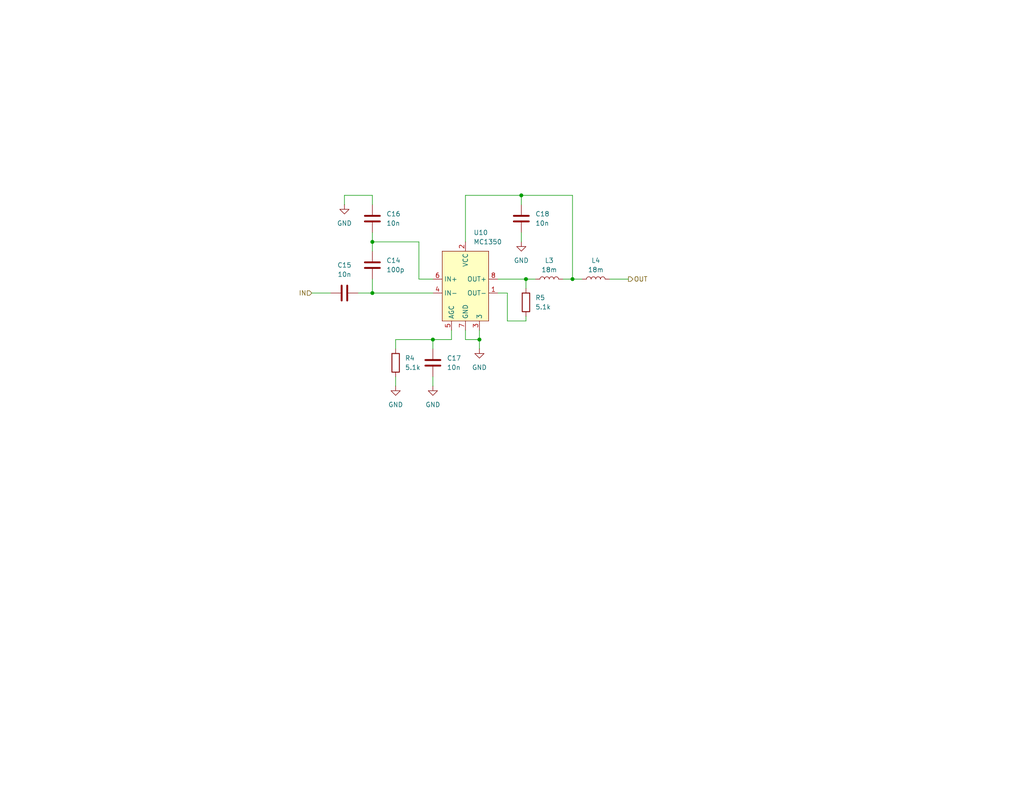
<source format=kicad_sch>
(kicad_sch (version 20231120) (generator "eeschema") (generator_version "8.0")
  (paper "USLetter")
  (title_block (title "IF Amplifier") (date "2024-04-13") (rev "1"))
  (lib_symbols
    (symbol "Device:C" (pin_numbers hide) (pin_names (offset 0.254))
      (property "Reference" "C" (at 0.635 2.54 0))
      (property "Value" "C" (at 0.635 -2.54 0))
      (symbol "C_0_1"
        (polyline (pts (xy -2.032 -0.762) (xy 2.032 -0.762)) (stroke (width 0.508)))
        (polyline (pts (xy -2.032 0.762) (xy 2.032 0.762)) (stroke (width 0.508)))
      )
      (symbol "C_1_1"
        (pin passive line (at 0 3.81 270) (length 2.794) (name "~") (number "1"))
        (pin passive line (at 0 -3.81 90) (length 2.794) (name "~") (number "2"))
      )
    )
    (symbol "Device:L" (pin_numbers hide) (pin_names (offset 1.016) hide)
      (property "Reference" "L" (at -1.27 0 90))
      (property "Value" "L" (at 1.905 0 90))
      (symbol "L_0_1"
        (arc (start 0 -2.54) (mid 0.6323 -1.905) (end 0 -1.27))
        (arc (start 0 -1.27) (mid 0.6323 -0.635) (end 0 0))
        (arc (start 0 0) (mid 0.6323 0.635) (end 0 1.27))
        (arc (start 0 1.27) (mid 0.6323 1.905) (end 0 2.54))
      )
      (symbol "L_1_1"
        (pin passive line (at 0 3.81 270) (length 1.27) (name "1") (number "1"))
        (pin passive line (at 0 -3.81 90) (length 1.27) (name "2") (number "2"))
      )
    )
    (symbol "Device:R" (pin_numbers hide) (pin_names (offset 0))
      (property "Reference" "R" (at 2.032 0 90))
      (property "Value" "R" (at 0 0 90))
      (symbol "R_0_1"
        (rectangle (start -1.016 -2.54) (end 1.016 2.54) (stroke (width 0.254)))
      )
      (symbol "R_1_1"
        (pin passive line (at 0 3.81 270) (length 1.27) (name "~") (number "1"))
        (pin passive line (at 0 -3.81 90) (length 1.27) (name "~") (number "2"))
      )
    )
    (symbol "msr20:MC1350"
      (property "Reference" "U" (at 1.27 3.81 0))
      (property "Value" "MC1350" (at 1.27 1.27 0))
      (symbol "MC1350_1_1"
        (rectangle (start -6.35 0) (end 6.35 -19.05) (fill (type background)))
        (pin output line (at 8.89 -11.43 180) (length 2.54) (name "OUT-") (number "1"))
        (pin power_in line (at 0 2.54 270) (length 2.54) (name "VCC") (number "2"))
        (pin bidirectional line (at 3.81 -21.59 90) (length 2.54) (name "3") (number "3"))
        (pin input line (at -8.89 -11.43 0) (length 2.54) (name "IN-") (number "4"))
        (pin input line (at -3.81 -21.59 90) (length 2.54) (name "AGC") (number "5"))
        (pin input line (at -8.89 -7.62 0) (length 2.54) (name "IN+") (number "6"))
        (pin power_in line (at 0 -21.59 90) (length 2.54) (name "GND") (number "7"))
        (pin output line (at 8.89 -7.62 180) (length 2.54) (name "OUT+") (number "8"))
      )
    )
    (symbol "power:GND" (power) (pin_numbers hide) (pin_names (offset 0) hide)
      (property "Value" "GND" (at 0 -3.81 0))
      (symbol "GND_0_1"
        (polyline (pts (xy 0 0) (xy 0 -1.27) (xy 1.27 -1.27) (xy 0 -2.54) (xy -1.27 -1.27) (xy 0 -1.27)))
      )
      (symbol "GND_1_1"
        (pin power_in line (at 0 0 270) (length 0) (name "~") (number "1"))
      )
    )
  )
  (junction (at 101.6 80.01))
  (junction (at 130.81 92.71))
  (junction (at 156.21 76.2))
  (junction (at 101.6 66.04))
  (junction (at 143.51 76.2))
  (junction (at 142.24 53.34))
  (junction (at 118.11 92.71))
  (wire (pts (xy 156.21 53.34) (xy 156.21 76.2)))
  (wire (pts (xy 138.43 80.01) (xy 135.89 80.01)))
  (wire (pts (xy 166.37 76.2) (xy 171.45 76.2)))
  (wire (pts (xy 143.51 86.36) (xy 143.51 87.63)))
  (wire (pts (xy 127 92.71) (xy 130.81 92.71)))
  (wire (pts (xy 156.21 53.34) (xy 142.24 53.34)))
  (wire (pts (xy 138.43 87.63) (xy 138.43 80.01)))
  (wire (pts (xy 118.11 92.71) (xy 118.11 95.25)))
  (wire (pts (xy 101.6 76.2) (xy 101.6 80.01)))
  (wire (pts (xy 118.11 102.87) (xy 118.11 105.41)))
  (wire (pts (xy 123.19 90.17) (xy 123.19 92.71)))
  (wire (pts (xy 101.6 66.04) (xy 101.6 68.58)))
  (wire (pts (xy 107.95 92.71) (xy 118.11 92.71)))
  (wire (pts (xy 101.6 63.5) (xy 101.6 66.04)))
  (wire (pts (xy 101.6 55.88) (xy 101.6 53.34)))
  (wire (pts (xy 107.95 102.87) (xy 107.95 105.41)))
  (wire (pts (xy 101.6 53.34) (xy 93.98 53.34)))
  (wire (pts (xy 114.3 66.04) (xy 101.6 66.04)))
  (wire (pts (xy 142.24 53.34) (xy 127 53.34)))
  (wire (pts (xy 97.79 80.01) (xy 101.6 80.01)))
  (wire (pts (xy 101.6 80.01) (xy 118.11 80.01)))
  (wire (pts (xy 143.51 76.2) (xy 146.05 76.2)))
  (wire (pts (xy 85.09 80.01) (xy 90.17 80.01)))
  (wire (pts (xy 93.98 53.34) (xy 93.98 55.88)))
  (wire (pts (xy 130.81 92.71) (xy 130.81 95.25)))
  (wire (pts (xy 143.51 87.63) (xy 138.43 87.63)))
  (wire (pts (xy 142.24 63.5) (xy 142.24 66.04)))
  (wire (pts (xy 127 90.17) (xy 127 92.71)))
  (wire (pts (xy 118.11 76.2) (xy 114.3 76.2)))
  (wire (pts (xy 156.21 76.2) (xy 153.67 76.2)))
  (wire (pts (xy 123.19 92.71) (xy 118.11 92.71)))
  (wire (pts (xy 107.95 92.71) (xy 107.95 95.25)))
  (wire (pts (xy 142.24 53.34) (xy 142.24 55.88)))
  (wire (pts (xy 156.21 76.2) (xy 158.75 76.2)))
  (wire (pts (xy 130.81 90.17) (xy 130.81 92.71)))
  (wire (pts (xy 135.89 76.2) (xy 143.51 76.2)))
  (wire (pts (xy 127 53.34) (xy 127 66.04)))
  (wire (pts (xy 114.3 76.2) (xy 114.3 66.04)))
  (wire (pts (xy 143.51 76.2) (xy 143.51 78.74)))
  (hierarchical_label "OUT" (shape output) (at 171.45 76.2 0))
  (hierarchical_label "IN" (shape input) (at 85.09 80.01 180))
  (symbol (lib_id "Device:R") (at 107.95 99.06 0) (unit 1)
    (property "Reference" "R4" (at 110.49 97.7899 0) (effects (justify left)))
    (property "Value" "5.1k" (at 110.49 100.3299 0) (effects (justify left)))
    (property "Description" "Resistor" (effects (hide yes)))
  )
  (symbol (lib_id "power:GND") (at 118.11 105.41 0) (unit 1)
    (property "Reference" "#PWR038" (effects (hide yes)))
    (property "Value" "GND" (at 118.11 110.49 0))
    (property "Description" "Power symbol creates a global label with name \"GND\" , ground" (effects (hide yes)))
  )
  (symbol (lib_id "Device:C") (at 93.98 80.01 90) (unit 1)
    (property "Reference" "C15" (at 93.98 72.39 90))
    (property "Value" "10n" (at 93.98 74.93 90))
    (property "Description" "Unpolarized capacitor" (effects (hide yes)))
  )
  (symbol (lib_id "Device:C") (at 101.6 59.69 0) (unit 1)
    (property "Reference" "C16" (at 105.41 58.4199 0) (effects (justify left)))
    (property "Value" "10n" (at 105.41 60.9599 0) (effects (justify left)))
    (property "Description" "Unpolarized capacitor" (effects (hide yes)))
  )
  (symbol (lib_id "Device:R") (at 143.51 82.55 0) (unit 1)
    (property "Reference" "R5" (at 146.05 81.2799 0) (effects (justify left)))
    (property "Value" "5.1k" (at 146.05 83.8199 0) (effects (justify left)))
    (property "Description" "Resistor" (effects (hide yes)))
  )
  (symbol (lib_id "power:GND") (at 93.98 55.88 0) (unit 1)
    (property "Reference" "#PWR035" (effects (hide yes)))
    (property "Value" "GND" (at 93.98 60.96 0))
    (property "Description" "Power symbol creates a global label with name \"GND\" , ground" (effects (hide yes)))
  )
  (symbol (lib_id "Device:L") (at 162.56 76.2 90) (unit 1)
    (property "Reference" "L4" (at 162.56 71.12 90))
    (property "Value" "18m" (at 162.56 73.66 90))
    (property "Description" "Inductor" (effects (hide yes)))
  )
  (symbol (lib_id "power:GND") (at 107.95 105.41 0) (unit 1)
    (property "Reference" "#PWR037" (effects (hide yes)))
    (property "Value" "GND" (at 107.95 110.49 0))
    (property "Description" "Power symbol creates a global label with name \"GND\" , ground" (effects (hide yes)))
  )
  (symbol (lib_id "power:GND") (at 130.81 95.25 0) (unit 1)
    (property "Reference" "#PWR036" (effects (hide yes)))
    (property "Value" "GND" (at 130.81 100.33 0))
    (property "Description" "Power symbol creates a global label with name \"GND\" , ground" (effects (hide yes)))
  )
  (symbol (lib_id "Device:L") (at 149.86 76.2 90) (unit 1)
    (property "Reference" "L3" (at 149.86 71.12 90))
    (property "Value" "18m" (at 149.86 73.66 90))
    (property "Description" "Inductor" (effects (hide yes)))
  )
  (symbol (lib_id "Device:C") (at 118.11 99.06 0) (unit 1)
    (property "Reference" "C17" (at 121.92 97.7899 0) (effects (justify left)))
    (property "Value" "10n" (at 121.92 100.3299 0) (effects (justify left)))
    (property "Description" "Unpolarized capacitor" (effects (hide yes)))
  )
  (symbol (lib_id "Device:C") (at 142.24 59.69 0) (unit 1)
    (property "Reference" "C18" (at 146.05 58.4199 0) (effects (justify left)))
    (property "Value" "10n" (at 146.05 60.9599 0) (effects (justify left)))
    (property "Description" "Unpolarized capacitor" (effects (hide yes)))
  )
  (symbol (lib_id "Device:C") (at 101.6 72.39 180) (unit 1)
    (property "Reference" "C14" (at 105.41 71.1199 0) (effects (justify right)))
    (property "Value" "100p" (at 105.41 73.6599 0) (effects (justify right)))
    (property "Description" "Unpolarized capacitor" (effects (hide yes)))
  )
  (symbol (lib_id "msr20:MC1350") (at 127 68.58 0) (unit 1)
    (property "Reference" "U10" (at 129.1941 63.5 0) (effects (justify left)))
    (property "Value" "MC1350" (at 129.1941 66.04 0) (effects (justify left)))
    (property "Datasheet" "https://www.jameco.com/Jameco/Products/ProdDS/24942.pdf" (effects (hide yes)))
    (property "Description" "Monolithic IF Amplifier" (effects (hide yes)))
  )
  (symbol (lib_id "power:GND") (at 142.24 66.04 0) (unit 1)
    (property "Reference" "#PWR039" (effects (hide yes)))
    (property "Value" "GND" (at 142.24 71.12 0))
    (property "Description" "Power symbol creates a global label with name \"GND\" , ground" (effects (hide yes)))
  )
)
</source>
